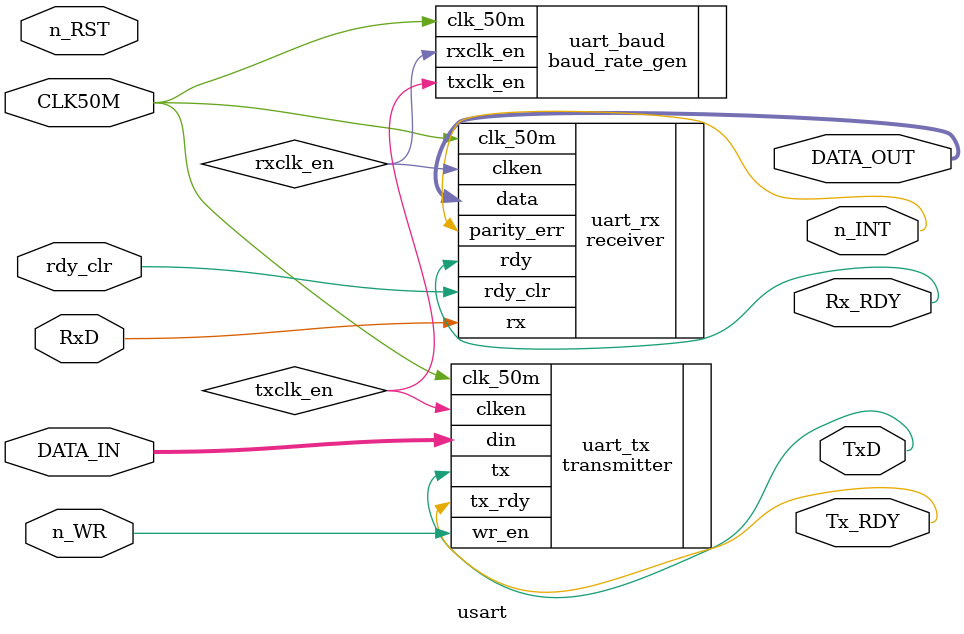
<source format=v>
`timescale 1ns / 1ps
module usart
(
	input wire [7:0] DATA_IN,
	input wire n_WR,
	input n_RST,
	input wire CLK50M,
	output wire TxD,
	output wire Tx_RDY,
	input wire RxD,
	output wire Rx_RDY,
	input wire rdy_clr,						// Once data is read setting the wire to high acknowledges the data is read by CPU
	output wire [7:0] DATA_OUT,
	output wire n_INT
);

baud_rate_gen 
	uart_baud
	(
		.clk_50m(CLK50M),
		.rxclk_en(rxclk_en),
		.txclk_en(txclk_en)
	 );
	 
transmitter
	uart_tx
	(
		.din(DATA_IN),
		.wr_en(n_WR),
		.clk_50m(CLK50M),
		.clken(txclk_en),
		.tx(TxD),
		.tx_rdy(Tx_RDY)
	 );

receiver
	uart_rx
	(
		.rx(RxD),
		.rdy(Rx_RDY),
		.rdy_clr(rdy_clr),
		.clk_50m(CLK50M),
		.clken(rxclk_en),
		.parity_err(n_INT),
		.data(DATA_OUT)
	);
	
endmodule
</source>
